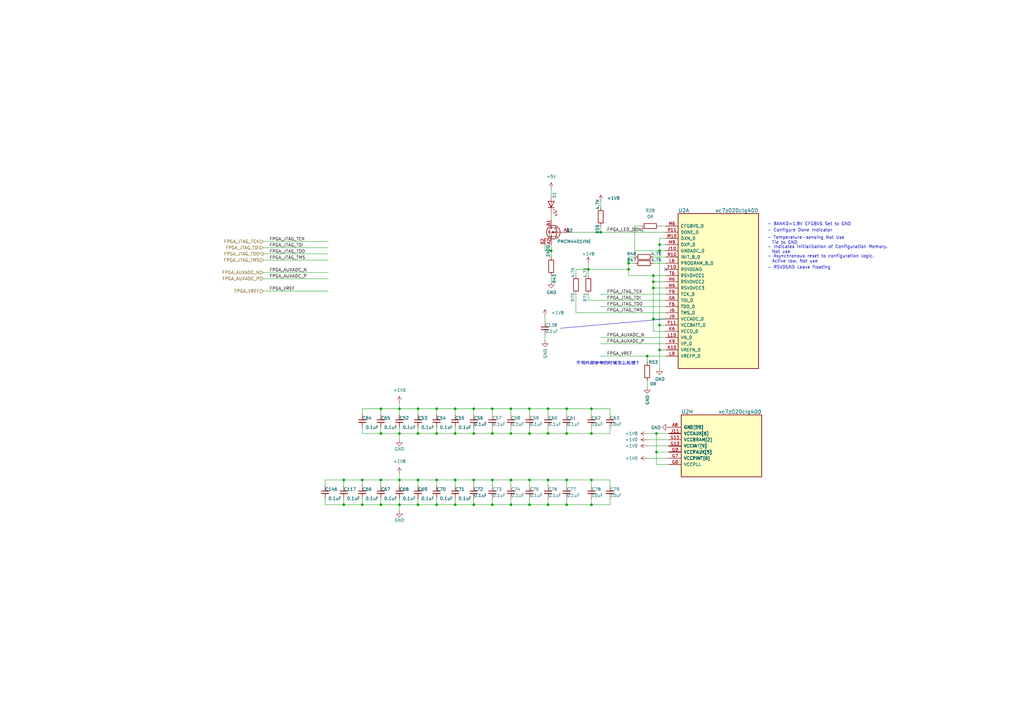
<source format=kicad_sch>
(kicad_sch (version 20220126) (generator eeschema)
  (paper "A3")
  (junction (at 217.17 167.64))
  (junction (at 209.55 177.8))
  (junction (at 186.69 196.85))
  (junction (at 171.45 167.64))
  (junction (at 156.21 167.64))
  (junction (at 171.45 207.01))
  (junction (at 140.97 207.01))
  (junction (at 209.55 207.01))
  (junction (at 270.51 102.87))
  (junction (at 171.45 196.85))
  (junction (at 179.07 207.01))
  (junction (at 242.57 167.64))
  (junction (at 209.55 196.85))
  (junction (at 186.69 167.64))
  (junction (at 156.21 207.01))
  (junction (at 201.93 167.64))
  (junction (at 194.31 167.64))
  (junction (at 270.51 100.33))
  (junction (at 257.81 110.49))
  (junction (at 232.41 177.8))
  (junction (at 270.51 143.51))
  (junction (at 224.79 196.85))
  (junction (at 156.21 196.85))
  (junction (at 265.43 146.05))
  (junction (at 226.06 102.87))
  (junction (at 241.3 110.49))
  (junction (at 186.69 207.01))
  (junction (at 171.45 177.8))
  (junction (at 194.31 177.8))
  (junction (at 201.93 196.85))
  (junction (at 242.57 207.01))
  (junction (at 232.41 167.64))
  (junction (at 246.38 95.25))
  (junction (at 269.24 185.42))
  (junction (at 148.59 207.01))
  (junction (at 163.83 196.85))
  (junction (at 224.79 207.01))
  (junction (at 163.83 167.64))
  (junction (at 267.97 118.11))
  (junction (at 179.07 167.64))
  (junction (at 194.31 196.85))
  (junction (at 224.79 167.64))
  (junction (at 201.93 207.01))
  (junction (at 257.81 107.95))
  (junction (at 242.57 177.8))
  (junction (at 217.17 207.01))
  (junction (at 186.69 177.8))
  (junction (at 267.97 113.03))
  (junction (at 163.83 207.01))
  (junction (at 156.21 177.8))
  (junction (at 269.24 177.8))
  (junction (at 194.31 207.01))
  (junction (at 209.55 167.64))
  (junction (at 270.51 133.35))
  (junction (at 267.97 130.81))
  (junction (at 217.17 196.85))
  (junction (at 232.41 196.85))
  (junction (at 148.59 196.85))
  (junction (at 201.93 177.8))
  (junction (at 242.57 196.85))
  (junction (at 163.83 177.8))
  (junction (at 224.79 177.8))
  (junction (at 179.07 196.85))
  (junction (at 179.07 177.8))
  (junction (at 217.17 177.8))
  (junction (at 140.97 196.85))
  (junction (at 267.97 115.57))
  (junction (at 232.41 207.01))
  (no_connect (at 273.05 110.49))
  (wire (pts (xy 246.38 95.25) (xy 273.05 95.25)))
  (wire (pts (xy 194.31 207.01) (xy 201.93 207.01)))
  (wire (pts (xy 267.97 118.11) (xy 267.97 115.57)))
  (wire (pts (xy 217.17 199.39) (xy 217.17 196.85)))
  (wire (pts (xy 171.45 207.01) (xy 179.07 207.01)))
  (wire (pts (xy 163.83 170.18) (xy 163.83 167.64)))
  (wire (pts (xy 242.57 167.64) (xy 250.19 167.64)))
  (wire (pts (xy 163.83 177.8) (xy 163.83 175.26)))
  (wire (pts (xy 217.17 207.01) (xy 224.79 207.01)))
  (wire (pts (xy 194.31 177.8) (xy 194.31 175.26)))
  (wire (pts (xy 224.79 207.01) (xy 224.79 204.47)))
  (wire (pts (xy 257.81 107.95) (xy 257.81 110.49)))
  (wire (pts (xy 267.97 107.95) (xy 273.05 107.95)))
  (wire (pts (xy 148.59 167.64) (xy 156.21 167.64)))
  (wire (pts (xy 226.06 100.33) (xy 226.06 102.87)))
  (wire (pts (xy 242.57 177.8) (xy 250.19 177.8)))
  (wire (pts (xy 265.43 180.34) (xy 274.32 180.34)))
  (wire (pts (xy 201.93 207.01) (xy 209.55 207.01)))
  (wire (pts (xy 163.83 180.34) (xy 163.83 177.8)))
  (wire (pts (xy 265.43 146.05) (xy 265.43 148.59)))
  (wire (pts (xy 148.59 170.18) (xy 148.59 167.64)))
  (wire (pts (xy 201.93 199.39) (xy 201.93 196.85)))
  (wire (pts (xy 107.95 101.6) (xy 134.62 101.6)))
  (wire (pts (xy 209.55 196.85) (xy 217.17 196.85)))
  (wire (pts (xy 156.21 207.01) (xy 156.21 204.47)))
  (wire (pts (xy 246.38 120.65) (xy 273.05 120.65)))
  (wire (pts (xy 270.51 92.71) (xy 273.05 92.71)))
  (wire (pts (xy 163.83 165.1) (xy 163.83 167.64)))
  (wire (pts (xy 267.97 130.81) (xy 267.97 118.11)))
  (wire (pts (xy 269.24 177.8) (xy 274.32 177.8)))
  (wire (pts (xy 246.38 140.97) (xy 273.05 140.97)))
  (wire (pts (xy 267.97 135.89) (xy 267.97 130.81)))
  (wire (pts (xy 156.21 170.18) (xy 156.21 167.64)))
  (wire (pts (xy 270.51 102.87) (xy 270.51 133.35)))
  (wire (pts (xy 133.35 207.01) (xy 140.97 207.01)))
  (wire (pts (xy 201.93 170.18) (xy 201.93 167.64)))
  (wire (pts (xy 186.69 196.85) (xy 194.31 196.85)))
  (wire (pts (xy 107.95 111.76) (xy 134.62 111.76)))
  (wire (pts (xy 148.59 196.85) (xy 156.21 196.85)))
  (wire (pts (xy 270.51 143.51) (xy 273.05 143.51)))
  (wire (pts (xy 270.51 133.35) (xy 273.05 133.35)))
  (wire (pts (xy 224.79 167.64) (xy 232.41 167.64)))
  (wire (pts (xy 250.19 167.64) (xy 250.19 170.18)))
  (wire (pts (xy 265.43 146.05) (xy 273.05 146.05)))
  (wire (pts (xy 223.52 100.33) (xy 223.52 102.87)))
  (wire (pts (xy 156.21 199.39) (xy 156.21 196.85)))
  (wire (pts (xy 209.55 199.39) (xy 209.55 196.85)))
  (wire (pts (xy 226.06 77.47) (xy 226.06 80.01)))
  (wire (pts (xy 209.55 207.01) (xy 217.17 207.01)))
  (wire (pts (xy 262.89 92.71) (xy 260.35 92.71)))
  (wire (pts (xy 179.07 196.85) (xy 186.69 196.85)))
  (wire (pts (xy 265.43 177.8) (xy 269.24 177.8)))
  (wire (pts (xy 269.24 190.5) (xy 269.24 185.42)))
  (wire (pts (xy 269.24 177.8) (xy 269.24 185.42)))
  (wire (pts (xy 226.06 87.63) (xy 226.06 90.17)))
  (wire (pts (xy 107.95 99.06) (xy 134.62 99.06)))
  (wire (pts (xy 194.31 177.8) (xy 201.93 177.8)))
  (wire (pts (xy 246.38 146.05) (xy 265.43 146.05)))
  (wire (pts (xy 156.21 196.85) (xy 163.83 196.85)))
  (wire (pts (xy 267.97 113.03) (xy 273.05 113.03)))
  (wire (pts (xy 217.17 167.64) (xy 224.79 167.64)))
  (wire (pts (xy 163.83 207.01) (xy 171.45 207.01)))
  (wire (pts (xy 148.59 177.8) (xy 156.21 177.8)))
  (wire (pts (xy 140.97 207.01) (xy 148.59 207.01)))
  (wire (pts (xy 224.79 177.8) (xy 224.79 175.26)))
  (wire (pts (xy 186.69 177.8) (xy 186.69 175.26)))
  (wire (pts (xy 224.79 177.8) (xy 232.41 177.8)))
  (wire (pts (xy 241.3 123.19) (xy 273.05 123.19)))
  (wire (pts (xy 186.69 207.01) (xy 186.69 204.47)))
  (wire (pts (xy 209.55 177.8) (xy 209.55 175.26)))
  (wire (pts (xy 232.41 196.85) (xy 242.57 196.85)))
  (wire (pts (xy 241.3 110.49) (xy 241.3 113.03)))
  (wire (pts (xy 171.45 196.85) (xy 179.07 196.85)))
  (wire (pts (xy 224.79 199.39) (xy 224.79 196.85)))
  (wire (pts (xy 179.07 170.18) (xy 179.07 167.64)))
  (wire (pts (xy 201.93 177.8) (xy 201.93 175.26)))
  (wire (pts (xy 148.59 207.01) (xy 156.21 207.01)))
  (wire (pts (xy 232.41 170.18) (xy 232.41 167.64)))
  (wire (pts (xy 236.22 113.03) (xy 236.22 110.49)))
  (wire (pts (xy 273.05 118.11) (xy 267.97 118.11)))
  (wire (pts (xy 267.97 130.81) (xy 273.05 130.81)))
  (wire (pts (xy 246.38 92.71) (xy 246.38 95.25)))
  (wire (pts (xy 242.57 199.39) (xy 242.57 196.85)))
  (wire (pts (xy 269.24 185.42) (xy 274.32 185.42)))
  (wire (pts (xy 179.07 207.01) (xy 186.69 207.01)))
  (wire (pts (xy 107.95 106.68) (xy 134.62 106.68)))
  (wire (pts (xy 273.05 115.57) (xy 267.97 115.57)))
  (wire (pts (xy 242.57 177.8) (xy 242.57 175.26)))
  (wire (pts (xy 148.59 207.01) (xy 148.59 204.47)))
  (wire (pts (xy 232.41 177.8) (xy 242.57 177.8)))
  (wire (pts (xy 171.45 207.01) (xy 171.45 204.47)))
  (wire (pts (xy 232.41 199.39) (xy 232.41 196.85)))
  (wire (pts (xy 140.97 196.85) (xy 148.59 196.85)))
  (wire (pts (xy 171.45 199.39) (xy 171.45 196.85)))
  (wire (pts (xy 257.81 105.41) (xy 260.35 105.41)))
  (wire (pts (xy 265.43 187.96) (xy 274.32 187.96)))
  (wire (pts (xy 201.93 177.8) (xy 209.55 177.8)))
  (wire (pts (xy 186.69 207.01) (xy 194.31 207.01)))
  (wire (pts (xy 267.97 105.41) (xy 273.05 105.41)))
  (wire (pts (xy 171.45 167.64) (xy 179.07 167.64)))
  (wire (pts (xy 171.45 177.8) (xy 171.45 175.26)))
  (wire (pts (xy 246.38 125.73) (xy 273.05 125.73)))
  (wire (pts (xy 209.55 167.64) (xy 217.17 167.64)))
  (wire (pts (xy 260.35 102.87) (xy 270.51 102.87)))
  (wire (pts (xy 140.97 199.39) (xy 140.97 196.85)))
  (wire (pts (xy 232.41 207.01) (xy 242.57 207.01)))
  (wire (pts (xy 186.69 177.8) (xy 194.31 177.8)))
  (wire (pts (xy 224.79 207.01) (xy 232.41 207.01)))
  (wire (pts (xy 179.07 207.01) (xy 179.07 204.47)))
  (wire (pts (xy 273.05 135.89) (xy 267.97 135.89)))
  (wire (pts (xy 223.52 139.7) (xy 223.52 137.16)))
  (wire (pts (xy 267.97 115.57) (xy 267.97 113.03)))
  (wire (pts (xy 209.55 207.01) (xy 209.55 204.47)))
  (wire (pts (xy 270.51 97.79) (xy 273.05 97.79)))
  (wire (pts (xy 233.68 95.25) (xy 246.38 95.25)))
  (wire (pts (xy 274.32 190.5) (xy 269.24 190.5)))
  (wire (pts (xy 270.51 100.33) (xy 270.51 102.87)))
  (wire (pts (xy 201.93 207.01) (xy 201.93 204.47)))
  (wire (pts (xy 246.38 138.43) (xy 273.05 138.43)))
  (wire (pts (xy 163.83 196.85) (xy 171.45 196.85)))
  (wire (pts (xy 241.3 110.49) (xy 257.81 110.49)))
  (wire (pts (xy 179.07 177.8) (xy 179.07 175.26)))
  (wire (pts (xy 217.17 177.8) (xy 224.79 177.8)))
  (wire (pts (xy 265.43 182.88) (xy 274.32 182.88)))
  (wire (pts (xy 156.21 167.64) (xy 163.83 167.64)))
  (wire (pts (xy 163.83 194.31) (xy 163.83 196.85)))
  (wire (pts (xy 270.51 143.51) (xy 270.51 151.13)))
  (wire (pts (xy 148.59 199.39) (xy 148.59 196.85)))
  (wire (pts (xy 186.69 170.18) (xy 186.69 167.64)))
  (wire (pts (xy 163.83 209.55) (xy 163.83 207.01)))
  (wire (pts (xy 226.06 113.03) (xy 226.06 115.57)))
  (wire (pts (xy 107.95 104.14) (xy 134.62 104.14)))
  (wire (pts (xy 250.19 207.01) (xy 250.19 204.47)))
  (wire (pts (xy 217.17 177.8) (xy 217.17 175.26)))
  (wire (pts (xy 194.31 167.64) (xy 201.93 167.64)))
  (wire (pts (xy 133.35 196.85) (xy 140.97 196.85)))
  (wire (pts (xy 265.43 158.75) (xy 265.43 156.21)))
  (wire (pts (xy 194.31 199.39) (xy 194.31 196.85)))
  (wire (pts (xy 257.81 105.41) (xy 257.81 107.95)))
  (wire (pts (xy 201.93 196.85) (xy 209.55 196.85)))
  (wire (pts (xy 107.95 119.38) (xy 134.62 119.38)))
  (wire (pts (xy 260.35 92.71) (xy 260.35 102.87)))
  (wire (pts (xy 107.95 114.3) (xy 134.62 114.3)))
  (wire (pts (xy 140.97 204.47) (xy 140.97 207.01)))
  (wire (pts (xy 232.41 177.8) (xy 232.41 175.26)))
  (wire (pts (xy 163.83 177.8) (xy 171.45 177.8)))
  (wire (pts (xy 201.93 167.64) (xy 209.55 167.64)))
  (wire (pts (xy 194.31 170.18) (xy 194.31 167.64)))
  (wire (pts (xy 217.17 207.01) (xy 217.17 204.47)))
  (wire (pts (xy 250.19 177.8) (xy 250.19 175.26)))
  (wire (pts (xy 186.69 199.39) (xy 186.69 196.85)))
  (wire (pts (xy 257.81 110.49) (xy 257.81 113.03)))
  (wire (pts (xy 257.81 113.03) (xy 267.97 113.03)))
  (wire (pts (xy 270.51 100.33) (xy 273.05 100.33)))
  (wire (pts (xy 194.31 207.01) (xy 194.31 204.47)))
  (wire (pts (xy 224.79 196.85) (xy 232.41 196.85)))
  (wire (pts (xy 236.22 128.27) (xy 273.05 128.27)))
  (wire (pts (xy 236.22 120.65) (xy 236.22 128.27)))
  (wire (pts (xy 133.35 204.47) (xy 133.35 207.01)))
  (wire (pts (xy 250.19 196.85) (xy 250.19 199.39)))
  (wire (pts (xy 163.83 167.64) (xy 171.45 167.64)))
  (wire (pts (xy 171.45 177.8) (xy 179.07 177.8)))
  (wire (pts (xy 217.17 196.85) (xy 224.79 196.85)))
  (wire (pts (xy 232.41 207.01) (xy 232.41 204.47)))
  (wire (pts (xy 232.41 167.64) (xy 242.57 167.64)))
  (wire (pts (xy 194.31 196.85) (xy 201.93 196.85)))
  (wire (pts (xy 156.21 177.8) (xy 156.21 175.26)))
  (wire (pts (xy 148.59 177.8) (xy 148.59 175.26)))
  (wire (pts (xy 179.07 199.39) (xy 179.07 196.85)))
  (wire (pts (xy 270.51 97.79) (xy 270.51 100.33)))
  (wire (pts (xy 270.51 133.35) (xy 270.51 143.51)))
  (wire (pts (xy 236.22 110.49) (xy 241.3 110.49)))
  (wire (pts (xy 257.81 107.95) (xy 260.35 107.95)))
  (wire (pts (xy 241.3 120.65) (xy 241.3 123.19)))
  (wire (pts (xy 209.55 170.18) (xy 209.55 167.64)))
  (wire (pts (xy 246.38 82.55) (xy 246.38 85.09)))
  (wire (pts (xy 133.35 199.39) (xy 133.35 196.85)))
  (wire (pts (xy 209.55 177.8) (xy 217.17 177.8)))
  (polyline (pts (xy 229.87 134.62) (xy 273.05 130.81)))
  (wire (pts (xy 179.07 167.64) (xy 186.69 167.64)))
  (wire (pts (xy 226.06 102.87) (xy 226.06 105.41)))
  (wire (pts (xy 242.57 207.01) (xy 250.19 207.01)))
  (wire (pts (xy 223.52 129.54) (xy 223.52 132.08)))
  (wire (pts (xy 224.79 170.18) (xy 224.79 167.64)))
  (wire (pts (xy 242.57 196.85) (xy 250.19 196.85)))
  (wire (pts (xy 179.07 177.8) (xy 186.69 177.8)))
  (wire (pts (xy 226.06 102.87) (xy 223.52 102.87)))
  (wire (pts (xy 156.21 207.01) (xy 163.83 207.01)))
  (wire (pts (xy 242.57 207.01) (xy 242.57 204.47)))
  (wire (pts (xy 163.83 199.39) (xy 163.83 196.85)))
  (wire (pts (xy 242.57 170.18) (xy 242.57 167.64)))
  (wire (pts (xy 273.05 102.87) (xy 270.51 102.87)))
  (wire (pts (xy 156.21 177.8) (xy 163.83 177.8)))
  (wire (pts (xy 171.45 170.18) (xy 171.45 167.64)))
  (wire (pts (xy 217.17 170.18) (xy 217.17 167.64)))
  (wire (pts (xy 186.69 167.64) (xy 194.31 167.64)))
  (wire (pts (xy 241.3 107.95) (xy 241.3 110.49)))
  (wire (pts (xy 163.83 207.01) (xy 163.83 204.47)))
  (text " - RSVDGND Leave floating" (at 313.69 110.49 0) (effects (font (size 1.27 1.27)) (justify left bottom)))
  (text " - Configure Done Indicator" (at 313.69 95.25 0) (effects (font (size 1.27 1.27)) (justify left bottom)))
  (text "不用外部参考的时候怎么处理？\n" (at 236.22 149.86 0) (effects (font (size 1.27 1.27)) (justify left bottom)))
  (text " - Temperature-sensing Not Use\n   Tie to GND" (at 313.69 100.33 0) (effects (font (size 1.27 1.27)) (justify left bottom)))
  (text " - Indicates initialization of Configuration Memory.\n   Not use" (at 313.69 104.14 0) (effects (font (size 1.27 1.27)) (justify left bottom)))
  (text " - Asynchronous reset to configuration logic.\n   Active low. Not use" (at 313.69 107.95 0) (effects (font (size 1.27 1.27)) (justify left bottom)))
  (text " - BANK0=1.8V CFGBVS Set to GND" (at 313.69 92.71 0) (effects (font (size 1.27 1.27)) (justify left bottom)))
  (label "FPGA_JTAG_TDO" (at 248.92 125.73 0))
  (label "FPGA_VREF" (at 110.49 119.38 0))
  (label "FPGA_LED_DONE" (at 248.92 95.25 0))
  (label "FPGA_JTAG_TCK" (at 248.92 120.65 0))
  (label "FPGA_JTAG_TMS" (at 248.92 128.27 0))
  (label "FPGA_AUXADC_N" (at 110.49 111.76 0))
  (label "FPGA_JTAG_TDO" (at 110.49 104.14 0))
  (label "FPGA_AUXADC_P" (at 110.49 114.3 0))
  (label "FPGA_JTAG_TDI" (at 110.49 101.6 0))
  (label "FPGA_JTAG_TDI" (at 248.92 123.19 0))
  (label "FPGA_VREF" (at 248.92 146.05 0))
  (label "FPGA_JTAG_TMS" (at 110.49 106.68 0))
  (label "FPGA_AUXADC_N" (at 248.92 138.43 0))
  (label "FPGA_JTAG_TCK" (at 110.49 99.06 0))
  (label "FPGA_AUXADC_P" (at 248.92 140.97 0))
  (hierarchical_label "FPGA_JTAG_TDI" (shape input) (at 107.95 101.6 180))
  (hierarchical_label "FPGA_AUXADC_P" (shape input) (at 107.95 114.3 180))
  (hierarchical_label "FPGA_JTAG_TMS" (shape input) (at 107.95 106.68 180))
  (hierarchical_label "FPGA_AUXADC_N" (shape input) (at 107.95 111.76 180))
  (hierarchical_label "FPGA_JTAG_TDO" (shape output) (at 107.95 104.14 180))
  (hierarchical_label "FPGA_JTAG_TCK" (shape input) (at 107.95 99.06 180))
  (hierarchical_label "FPGA_VREF" (shape input) (at 107.95 119.38 180))
  (symbol (lib_id "Device:C_Small") (at 186.69 201.93 0) (unit 1)
    (property "Reference" "C71" (at 186.69 200.66 0) (effects (justify left)))
    (property "Value" "0.1uF" (at 187.96 204.47 0) (effects (justify left)))
    (property "Footprint" "Capacitor_SMD:C_0201_0603Metric" (effects hide))
  )
  (symbol (lib_id "Device:C_Small") (at 186.69 172.72 0) (unit 1)
    (property "Reference" "C55" (at 186.69 171.45 0) (effects (justify left)))
    (property "Value" "0.1uF" (at 187.96 175.26 0) (effects (justify left)))
    (property "Footprint" "Capacitor_SMD:C_0201_0603Metric" (effects hide))
  )
  (symbol (lib_id "Device:C_Small") (at 201.93 172.72 0) (unit 1)
    (property "Reference" "C57" (at 201.93 171.45 0) (effects (justify left)))
    (property "Value" "0.1uF" (at 201.93 173.99 0) (effects (justify left)))
    (property "Footprint" "Capacitor_SMD:C_0201_0603Metric" (effects hide))
  )
  (symbol (lib_id "Device:C_Small") (at 232.41 172.72 0) (unit 1)
    (property "Reference" "C61" (at 232.41 171.45 0) (effects (justify left)))
    (property "Value" "0.1uF" (at 232.41 173.99 0) (effects (justify left)))
    (property "Footprint" "Capacitor_SMD:C_0201_0603Metric" (effects hide))
  )
  (symbol (lib_id "power:GND") (at 223.52 139.7 0) (unit 1)
    (property "Reference" "#PWR0247" (effects hide))
    (property "Value" "GND" (at 223.647 142.9512 90) (effects (justify right)))
  )
  (symbol (lib_id "Device:C_Small") (at 163.83 201.93 0) (unit 1)
    (property "Reference" "C68" (at 163.83 200.66 0) (effects (justify left)))
    (property "Value" "0.1uF" (at 165.1 204.47 0) (effects (justify left)))
    (property "Footprint" "Capacitor_SMD:C_0201_0603Metric" (effects hide))
  )
  (symbol (lib_id "power:+1V0") (at 265.43 180.34 90) (unit 1)
    (property "Reference" "#PWR0104" (effects hide))
    (property "Value" "+1V0" (at 261.62 180.3399 90) (effects (justify left)))
  )
  (symbol (lib_id "Device:C_Small") (at 148.59 201.93 0) (unit 1)
    (property "Reference" "C66" (at 148.59 200.66 0) (effects (justify left)))
    (property "Value" "0.1uF" (at 149.86 204.47 0) (effects (justify left)))
    (property "Footprint" "Capacitor_SMD:C_0201_0603Metric" (effects hide))
  )
  (symbol (lib_id "power:GND") (at 163.83 209.55 0) (unit 1)
    (property "Reference" "#PWR0171" (effects hide))
    (property "Value" "GND" (at 163.83 213.36 0))
  )
  (symbol (lib_id "Device:R") (at 241.3 116.84 180) (unit 1)
    (property "Reference" "R71" (at 240.03 121.92 90))
    (property "Value" "4.7K" (at 240.03 111.76 90))
    (property "Footprint" "Resistor_SMD:R_0201_0603Metric" (effects hide))
  )
  (symbol (lib_id "power:GND") (at 163.83 180.34 0) (unit 1)
    (property "Reference" "#PWR0110" (effects hide))
    (property "Value" "GND" (at 163.83 184.15 0))
  )
  (symbol (lib_id "Device:R") (at 264.16 105.41 90) (unit 1)
    (property "Reference" "R48" (at 259.08 104.14 90))
    (property "Value" "4.7K" (at 269.24 104.14 90))
    (property "Footprint" "Resistor_SMD:R_0201_0603Metric" (effects hide))
  )
  (symbol (lib_id "Device:R") (at 265.43 152.4 180) (unit 1)
    (property "Reference" "R53" (at 267.97 148.59 0))
    (property "Value" "0R" (at 267.97 157.48 0))
    (property "Footprint" "Resistor_SMD:R_0201_0603Metric" (effects hide))
  )
  (symbol (lib_id "Device:C_Small") (at 224.79 172.72 0) (unit 1)
    (property "Reference" "C60" (at 224.79 171.45 0) (effects (justify left)))
    (property "Value" "0.1uF" (at 224.79 173.99 0) (effects (justify left)))
    (property "Footprint" "Capacitor_SMD:C_0201_0603Metric" (effects hide))
  )
  (symbol (lib_id "Device:C_Small") (at 242.57 201.93 0) (unit 1)
    (property "Reference" "C78" (at 242.57 200.66 0) (effects (justify left)))
    (property "Value" "10uF" (at 242.57 203.2 0) (effects (justify left)))
    (property "Footprint" "Capacitor_SMD:C_0402_1005Metric" (effects hide))
  )
  (symbol (lib_id "power:+1V8") (at 241.3 107.95 0) (unit 1)
    (property "Reference" "#PWR0188" (effects hide))
    (property "Value" "+1V8" (at 241.3 104.14 0))
  )
  (symbol (lib_id "Device:C_Small") (at 194.31 201.93 0) (unit 1)
    (property "Reference" "C72" (at 194.31 200.66 0) (effects (justify left)))
    (property "Value" "0.1uF" (at 194.31 203.2 0) (effects (justify left)))
    (property "Footprint" "Capacitor_SMD:C_0201_0603Metric" (effects hide))
  )
  (symbol (lib_id "Device:C_Small") (at 171.45 201.93 0) (unit 1)
    (property "Reference" "C69" (at 171.45 200.66 0) (effects (justify left)))
    (property "Value" "0.1uF" (at 172.72 204.47 0) (effects (justify left)))
    (property "Footprint" "Capacitor_SMD:C_0201_0603Metric" (effects hide))
  )
  (symbol (lib_id "Device:C_Small") (at 232.41 201.93 0) (unit 1)
    (property "Reference" "C77" (at 232.41 200.66 0) (effects (justify left)))
    (property "Value" "0.1uF" (at 232.41 203.2 0) (effects (justify left)))
    (property "Footprint" "Capacitor_SMD:C_0201_0603Metric" (effects hide))
  )
  (symbol (lib_id "power:GND") (at 270.51 151.13 0) (unit 1)
    (property "Reference" "#PWR0142" (effects hide))
    (property "Value" "GND" (at 270.637 155.5242 0))
  )
  (symbol (lib_id "Device:C_Small") (at 194.31 172.72 0) (unit 1)
    (property "Reference" "C56" (at 194.31 171.45 0) (effects (justify left)))
    (property "Value" "0.1uF" (at 194.31 173.99 0) (effects (justify left)))
    (property "Footprint" "Capacitor_SMD:C_0201_0603Metric" (effects hide))
  )
  (symbol (lib_id "Device:C_Small") (at 217.17 201.93 0) (unit 1)
    (property "Reference" "C75" (at 217.17 200.66 0) (effects (justify left)))
    (property "Value" "0.1uF" (at 217.17 203.2 0) (effects (justify left)))
    (property "Footprint" "Capacitor_SMD:C_0201_0603Metric" (effects hide))
  )
  (symbol (lib_id "Device:C_Small") (at 171.45 172.72 0) (unit 1)
    (property "Reference" "C53" (at 171.45 171.45 0) (effects (justify left)))
    (property "Value" "0.1uF" (at 172.72 175.26 0) (effects (justify left)))
    (property "Footprint" "Capacitor_SMD:C_0201_0603Metric" (effects hide))
  )
  (symbol (lib_id "Device:LED") (at 226.06 83.82 90) (unit 1)
    (property "Reference" "D1" (at 227.33 80.01 0))
    (property "Value" "LED" (effects hide))
    (property "Footprint" "LED_SMD:LED_0201_0603Metric" (effects hide))
  )
  (symbol (lib_id "Device:C_Small") (at 250.19 201.93 0) (unit 1)
    (property "Reference" "C79" (at 250.19 200.66 0) (effects (justify left)))
    (property "Value" "10uF" (at 250.19 203.2 0) (effects (justify left)))
    (property "Footprint" "Capacitor_SMD:C_0402_1005Metric" (effects hide))
  )
  (symbol (lib_id "Device:C_Small") (at 209.55 201.93 0) (unit 1)
    (property "Reference" "C74" (at 209.55 200.66 0) (effects (justify left)))
    (property "Value" "0.1uF" (at 209.55 203.2 0) (effects (justify left)))
    (property "Footprint" "Capacitor_SMD:C_0201_0603Metric" (effects hide))
  )
  (symbol (lib_id "Device:C_Small") (at 201.93 201.93 0) (unit 1)
    (property "Reference" "C73" (at 201.93 200.66 0) (effects (justify left)))
    (property "Value" "0.1uF" (at 201.93 203.2 0) (effects (justify left)))
    (property "Footprint" "Capacitor_SMD:C_0201_0603Metric" (effects hide))
  )
  (symbol (lib_id "Device:Q_NMOS_GDSD") (at 228.6 95.25 0) (mirror y) (unit 1)
    (property "Reference" "Q2" (at 234.95 94.615 0) (effects (justify left)))
    (property "Value" "PMCM4401VNE" (at 242.57 99.06 0) (effects (justify left)))
    (property "Footprint" "Package_CSP_Local:WLCSP-4-X1-WLB0909-4_0.89x0.89mm_P0.5mm" (effects hide))
  )
  (symbol (lib_id "Device:C_Small") (at 163.83 172.72 0) (unit 1)
    (property "Reference" "C52" (at 163.83 171.45 0) (effects (justify left)))
    (property "Value" "0.1uF" (at 165.1 175.26 0) (effects (justify left)))
    (property "Footprint" "Capacitor_SMD:C_0201_0603Metric" (effects hide))
  )
  (symbol (lib_id "Device:R") (at 236.22 116.84 180) (unit 1)
    (property "Reference" "R70" (at 234.95 121.92 90))
    (property "Value" "4.7K" (at 234.95 111.76 90))
    (property "Footprint" "Resistor_SMD:R_0201_0603Metric" (effects hide))
  )
  (symbol (lib_id "Device:C_Small") (at 179.07 201.93 0) (unit 1)
    (property "Reference" "C70" (at 179.07 200.66 0) (effects (justify left)))
    (property "Value" "0.1uF" (at 180.34 204.47 0) (effects (justify left)))
    (property "Footprint" "Capacitor_SMD:C_0201_0603Metric" (effects hide))
  )
  (symbol (lib_id "Device:C_Small") (at 242.57 172.72 0) (unit 1)
    (property "Reference" "C62" (at 242.57 171.45 0) (effects (justify left)))
    (property "Value" "10uF" (at 242.57 173.99 0) (effects (justify left)))
    (property "Footprint" "Capacitor_SMD:C_0402_1005Metric" (effects hide))
  )
  (symbol (lib_id "Device:C_Small") (at 133.35 201.93 0) (unit 1)
    (property "Reference" "C146" (at 133.35 200.66 0) (effects (justify left)))
    (property "Value" "0.1uF" (at 134.62 204.47 0) (effects (justify left)))
    (property "Footprint" "Capacitor_SMD:C_0201_0603Metric" (effects hide))
  )
  (symbol (lib_id "Device:C_Small") (at 217.17 172.72 0) (unit 1)
    (property "Reference" "C59" (at 217.17 171.45 0) (effects (justify left)))
    (property "Value" "0.1uF" (at 217.17 173.99 0) (effects (justify left)))
    (property "Footprint" "Capacitor_SMD:C_0201_0603Metric" (effects hide))
  )
  (symbol (lib_id "Device:R") (at 226.06 109.22 180) (unit 1)
    (property "Reference" "R43" (at 227.33 114.3 90))
    (property "Value" "240Ω" (at 224.79 102.87 90))
    (property "Footprint" "Resistor_SMD:R_0201_0603Metric" (effects hide))
  )
  (symbol (lib_id "Device:C_Small") (at 179.07 172.72 0) (unit 1)
    (property "Reference" "C54" (at 179.07 171.45 0) (effects (justify left)))
    (property "Value" "0.1uF" (at 180.34 175.26 0) (effects (justify left)))
    (property "Footprint" "Capacitor_SMD:C_0201_0603Metric" (effects hide))
  )
  (symbol (lib_id "power:+1V8") (at 265.43 177.8 90) (unit 1)
    (property "Reference" "#PWR0105" (effects hide))
    (property "Value" "+1V8" (at 261.62 177.7999 90) (effects (justify left)))
  )
  (symbol (lib_id "power:GND") (at 226.06 115.57 0) (unit 1)
    (property "Reference" "#PWR0266" (effects hide))
    (property "Value" "GND" (at 226.187 119.9642 0))
  )
  (symbol (lib_id "7z010_ddr:xc7z020clg400") (at 274.32 175.26 0) (unit 8)
    (property "Reference" "U2" (at 279.4 168.91 0) (effects (font (size 1.524 1.524)) (justify left)))
    (property "Value" "xc7z020clg400" (at 294.64 168.91 0) (effects (font (size 1.524 1.524)) (justify left)))
    (property "Footprint" "Package_CSP_Local:Xilinx_CLG400_020_Delay" (effects hide))
  )
  (symbol (lib_id "power:+1V8") (at 163.83 194.31 0) (unit 1)
    (property "Reference" "#PWR0170" (effects hide))
    (property "Value" "+1V8" (at 163.83 189.23 0))
  )
  (symbol (lib_id "power:+1V8") (at 223.52 129.54 0) (unit 1)
    (property "Reference" "#PWR0248" (effects hide))
    (property "Value" "+1V8" (at 226.06 128.27 0) (effects (justify left)))
  )
  (symbol (lib_id "Device:R") (at 246.38 88.9 180) (unit 1)
    (property "Reference" "R59" (at 245.11 93.98 90))
    (property "Value" "4.7K" (at 245.11 83.82 90))
    (property "Footprint" "Resistor_SMD:R_0201_0603Metric" (effects hide))
  )
  (symbol (lib_id "power:GND") (at 274.32 175.26 270) (unit 1)
    (property "Reference" "#PWR0101" (effects hide))
    (property "Value" "GND" (at 271.0688 175.387 90) (effects (justify right)))
  )
  (symbol (lib_id "Device:C_Small") (at 250.19 172.72 0) (unit 1)
    (property "Reference" "C63" (at 250.19 171.45 0) (effects (justify left)))
    (property "Value" "10uF" (at 250.19 173.99 0) (effects (justify left)))
    (property "Footprint" "Capacitor_SMD:C_0402_1005Metric" (effects hide))
  )
  (symbol (lib_id "power:+1V0") (at 163.83 165.1 0) (unit 1)
    (property "Reference" "#PWR0169" (effects hide))
    (property "Value" "+1V0" (at 163.83 160.02 0))
  )
  (symbol (lib_id "Device:C_Small") (at 224.79 201.93 0) (unit 1)
    (property "Reference" "C76" (at 224.79 200.66 0) (effects (justify left)))
    (property "Value" "0.1uF" (at 224.79 203.2 0) (effects (justify left)))
    (property "Footprint" "Capacitor_SMD:C_0201_0603Metric" (effects hide))
  )
  (symbol (lib_id "Device:C_Small") (at 140.97 201.93 0) (unit 1)
    (property "Reference" "C117" (at 140.97 200.66 0) (effects (justify left)))
    (property "Value" "0.1uF" (at 142.24 204.47 0) (effects (justify left)))
    (property "Footprint" "Capacitor_SMD:C_0201_0603Metric" (effects hide))
  )
  (symbol (lib_id "Device:C_Small") (at 148.59 172.72 0) (unit 1)
    (property "Reference" "C64" (at 148.59 171.45 0) (effects (justify left)))
    (property "Value" "0.1uF" (at 149.86 175.26 0) (effects (justify left)))
    (property "Footprint" "Capacitor_SMD:C_0201_0603Metric" (effects hide))
  )
  (symbol (lib_id "Device:R") (at 264.16 107.95 90) (unit 1)
    (property "Reference" "R47" (at 259.08 106.68 90))
    (property "Value" "4.7K" (at 269.24 106.68 90))
    (property "Footprint" "Resistor_SMD:R_0201_0603Metric" (effects hide))
  )
  (symbol (lib_id "power:+1V0") (at 265.43 187.96 90) (unit 1)
    (property "Reference" "#PWR0132" (effects hide))
    (property "Value" "+1V0" (at 261.62 187.9599 90) (effects (justify left)))
  )
  (symbol (lib_id "Device:C_Small") (at 223.52 134.62 0) (unit 1)
    (property "Reference" "C138" (at 223.52 133.35 0) (effects (justify left)))
    (property "Value" "0.1uF" (at 223.52 135.89 0) (effects (justify left)))
    (property "Footprint" "Capacitor_SMD:C_0201_0603Metric" (effects hide))
  )
  (symbol (lib_id "power:+5V") (at 226.06 77.47 0) (unit 1)
    (property "Reference" "#PWR0265" (effects hide))
    (property "Value" "+5V" (at 226.06 72.39 0))
  )
  (symbol (lib_id "Device:C_Small") (at 156.21 172.72 0) (unit 1)
    (property "Reference" "C65" (at 156.21 171.45 0) (effects (justify left)))
    (property "Value" "0.1uF" (at 157.48 175.26 0) (effects (justify left)))
    (property "Footprint" "Capacitor_SMD:C_0201_0603Metric" (effects hide))
  )
  (symbol (lib_id "Device:C_Small") (at 156.21 201.93 0) (unit 1)
    (property "Reference" "C67" (at 156.21 200.66 0) (effects (justify left)))
    (property "Value" "0.1uF" (at 157.48 204.47 0) (effects (justify left)))
    (property "Footprint" "Capacitor_SMD:C_0201_0603Metric" (effects hide))
  )
  (symbol (lib_id "power:GND") (at 265.43 158.75 0) (unit 1)
    (property "Reference" "#PWR0131" (effects hide))
    (property "Value" "GND" (at 265.557 162.0012 90) (effects (justify right)))
  )
  (symbol (lib_id "power:+1V8") (at 246.38 82.55 0) (unit 1)
    (property "Reference" "#PWR0250" (effects hide))
    (property "Value" "+1V8" (at 248.92 81.28 0) (effects (justify left)))
  )
  (symbol (lib_id "Device:R") (at 266.7 92.71 90) (unit 1)
    (property "Reference" "R28" (at 266.7 86.36 90))
    (property "Value" "0R" (at 266.7 88.9 90))
    (property "Footprint" "Resistor_SMD:R_0201_0603Metric" (effects hide))
  )
  (symbol (lib_id "7z010_ddr:xc7z020clg400") (at 273.05 92.71 0) (unit 1)
    (property "Reference" "U2" (at 278.13 86.36 0) (effects (font (size 1.524 1.524)) (justify left)))
    (property "Value" "xc7z020clg400" (at 293.37 86.36 0) (effects (font (size 1.524 1.524)) (justify left)))
    (property "Footprint" "Package_CSP_Local:Xilinx_CLG400_020_Delay" (effects hide))
  )
  (symbol (lib_id "power:+1V0") (at 265.43 182.88 90) (unit 1)
    (property "Reference" "#PWR0112" (effects hide))
    (property "Value" "+1V0" (at 261.62 182.8799 90) (effects (justify left)))
  )
  (symbol (lib_id "Device:C_Small") (at 209.55 172.72 0) (unit 1)
    (property "Reference" "C58" (at 209.55 171.45 0) (effects (justify left)))
    (property "Value" "0.1uF" (at 209.55 173.99 0) (effects (justify left)))
    (property "Footprint" "Capacitor_SMD:C_0201_0603Metric" (effects hide))
  )
)
</source>
